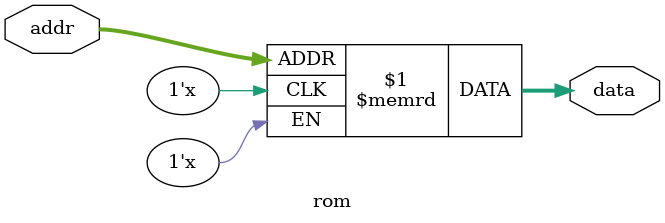
<source format=v>
`include "defs.vh"
`include "timescale.vh"

module rom #(
    parameter pc_width = 10,
    parameter instr_width = 16
)(
    input [pc_width-1 : 0] addr,
    output [instr_width-1 : 0] data
); 

reg [instr_width-1 : 0] memory [0 : (1<<pc_width)-1];

assign data = memory[addr];

endmodule

</source>
